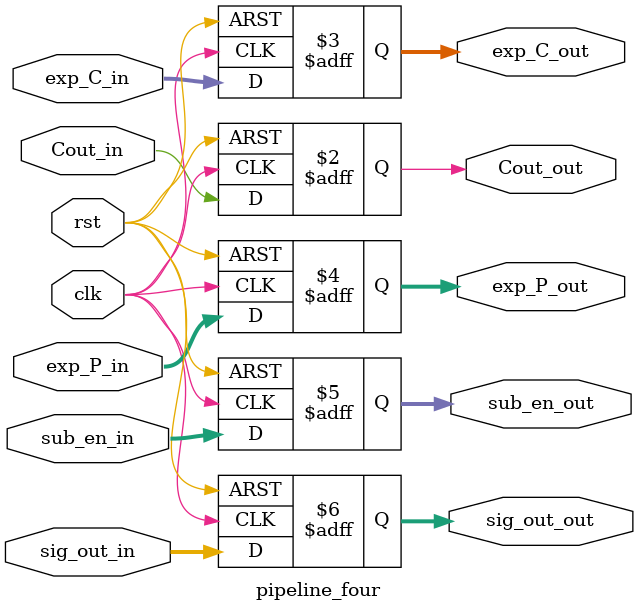
<source format=v>
module pipeline_four (clk, rst, Cout_in, sig_out_in, sub_en_in, exp_C_in, exp_P_in, Cout_out, sig_out_out, sub_en_out, exp_C_out, exp_P_out);
    
    input clk, rst, Cout_in;
    input [7:0] exp_C_in, exp_P_in;
    input [1:0] sub_en_in;
    input [49:0] sig_out_in;
    output reg Cout_out;
    output reg [7:0] exp_C_out, exp_P_out;
    output reg [1:0] sub_en_out;
    output reg [49:0] sig_out_out;
    



    always @(posedge clk , posedge rst) begin
        if(rst) begin
            Cout_out <= 1'b0;
            exp_C_out <= 8'b0;
            exp_P_out <= 8'b0;
            sub_en_out <= 2'b0;
            sig_out_out <= 50'b0;
        end
        else begin
            Cout_out <= Cout_in;
            exp_C_out <= exp_C_in;
            exp_P_out <= exp_P_in;
            sub_en_out <= sub_en_in;
            sig_out_out <= sig_out_in;
        end
    end

endmodule
</source>
